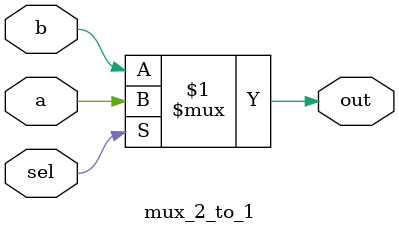
<source format=v>
`timescale 1ns / 1ps
module mux_2_to_1(			//slide introduce to verilog trang 4
	input a, b, sel,
	output out
    );
assign out = sel ? a : b;
endmodule

</source>
